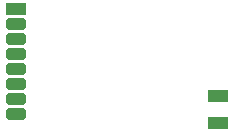
<source format=gbr>
%TF.GenerationSoftware,KiCad,Pcbnew,8.0.5-8.0.5-0~ubuntu22.04.1*%
%TF.CreationDate,2024-09-30T14:04:22+02:00*%
%TF.ProjectId,CC1101_868MHz_UFL_RF_Modul_FUEL4EP,43433131-3031-45f3-9836-384d487a5f55,1.6*%
%TF.SameCoordinates,Original*%
%TF.FileFunction,Soldermask,Bot*%
%TF.FilePolarity,Negative*%
%FSLAX46Y46*%
G04 Gerber Fmt 4.6, Leading zero omitted, Abs format (unit mm)*
G04 Created by KiCad (PCBNEW 8.0.5-8.0.5-0~ubuntu22.04.1) date 2024-09-30 14:04:22*
%MOMM*%
%LPD*%
G01*
G04 APERTURE LIST*
G04 Aperture macros list*
%AMRoundRect*
0 Rectangle with rounded corners*
0 $1 Rounding radius*
0 $2 $3 $4 $5 $6 $7 $8 $9 X,Y pos of 4 corners*
0 Add a 4 corners polygon primitive as box body*
4,1,4,$2,$3,$4,$5,$6,$7,$8,$9,$2,$3,0*
0 Add four circle primitives for the rounded corners*
1,1,$1+$1,$2,$3*
1,1,$1+$1,$4,$5*
1,1,$1+$1,$6,$7*
1,1,$1+$1,$8,$9*
0 Add four rect primitives between the rounded corners*
20,1,$1+$1,$2,$3,$4,$5,0*
20,1,$1+$1,$4,$5,$6,$7,0*
20,1,$1+$1,$6,$7,$8,$9,0*
20,1,$1+$1,$8,$9,$2,$3,0*%
G04 Aperture macros list end*
%ADD10R,1.700000X1.000000*%
%ADD11RoundRect,0.250000X-0.600000X-0.250000X0.600000X-0.250000X0.600000X0.250000X-0.600000X0.250000X0*%
G04 APERTURE END LIST*
D10*
%TO.C,JA2*%
X18050000Y1270000D03*
%TD*%
%TO.C,JA1*%
X18050000Y3550000D03*
%TD*%
D11*
%TO.C,JC5*%
X950000Y5810000D03*
%TD*%
%TO.C,JC8*%
X950000Y2000000D03*
%TD*%
%TO.C,JC6*%
X950000Y4540000D03*
%TD*%
%TO.C,JC3*%
X950000Y8350000D03*
%TD*%
%TO.C,JC2*%
X950000Y9620000D03*
%TD*%
D10*
%TO.C,JC1*%
X950000Y10890000D03*
%TD*%
D11*
%TO.C,JC4*%
X950000Y7080000D03*
%TD*%
%TO.C,JC7*%
X950000Y3270000D03*
%TD*%
M02*

</source>
